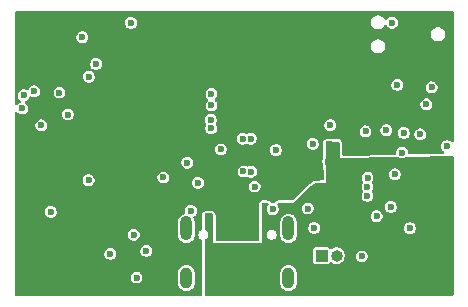
<source format=gbr>
%TF.GenerationSoftware,KiCad,Pcbnew,9.0.0*%
%TF.CreationDate,2025-06-13T20:30:42+03:00*%
%TF.ProjectId,BLE_sensors,424c455f-7365-46e7-936f-72732e6b6963,rev?*%
%TF.SameCoordinates,Original*%
%TF.FileFunction,Copper,L3,Inr*%
%TF.FilePolarity,Positive*%
%FSLAX46Y46*%
G04 Gerber Fmt 4.6, Leading zero omitted, Abs format (unit mm)*
G04 Created by KiCad (PCBNEW 9.0.0) date 2025-06-13 20:30:42*
%MOMM*%
%LPD*%
G01*
G04 APERTURE LIST*
%TA.AperFunction,ComponentPad*%
%ADD10R,1.000000X1.000000*%
%TD*%
%TA.AperFunction,ComponentPad*%
%ADD11O,1.000000X1.000000*%
%TD*%
%TA.AperFunction,HeatsinkPad*%
%ADD12O,1.000000X1.800000*%
%TD*%
%TA.AperFunction,HeatsinkPad*%
%ADD13O,1.000000X2.100000*%
%TD*%
%TA.AperFunction,ViaPad*%
%ADD14C,0.600000*%
%TD*%
G04 APERTURE END LIST*
D10*
%TO.N,+V_bat*%
%TO.C,J2*%
X147580000Y-89050000D03*
D11*
%TO.N,GND*%
X148850000Y-89050000D03*
%TD*%
D12*
%TO.N,Net-(J3-SHIELD)*%
%TO.C,J3*%
X144782000Y-90945000D03*
D13*
X144782000Y-86745000D03*
D12*
X136142000Y-90945000D03*
D13*
X136142000Y-86745000D03*
%TD*%
D14*
%TO.N,GND*%
X155070000Y-86720000D03*
X155930000Y-78770000D03*
X125390000Y-75240000D03*
X153070000Y-78430000D03*
X131680000Y-87270000D03*
X123860000Y-78010000D03*
X138260000Y-76320000D03*
X153800000Y-82157500D03*
X143460000Y-85110000D03*
X124660000Y-85340000D03*
X138260000Y-75360000D03*
X131450000Y-69350000D03*
X141920000Y-83200000D03*
X127860000Y-82650000D03*
X152247282Y-85706641D03*
X123240000Y-75140000D03*
X151310000Y-78530000D03*
X143720170Y-80107527D03*
X146420000Y-85060000D03*
X154000000Y-74600000D03*
X139060000Y-80060000D03*
X126100000Y-77100000D03*
X127890000Y-73910000D03*
X153460000Y-84930000D03*
X137130000Y-82880000D03*
X146840000Y-79580000D03*
X138230000Y-78270000D03*
X134190000Y-82430000D03*
X151480000Y-82440000D03*
X141610000Y-81940000D03*
X146960000Y-86700000D03*
X122350000Y-75470000D03*
X141600000Y-79140000D03*
X131920000Y-90900000D03*
X132745000Y-88655000D03*
X136210000Y-81180000D03*
X140900000Y-79160000D03*
X151470000Y-83990000D03*
X158200000Y-79780000D03*
X138220000Y-77560000D03*
X153550000Y-69330000D03*
X154560000Y-78660000D03*
X151470000Y-83210000D03*
X136530000Y-85260000D03*
X150990000Y-89120000D03*
X156450000Y-76230000D03*
X140970000Y-81920000D03*
X154400000Y-80320000D03*
X122220000Y-76580000D03*
X129700000Y-88900000D03*
%TO.N,/nRESET*%
X156900000Y-74800000D03*
X148310000Y-78000000D03*
%TO.N,+5V*%
X155470000Y-90500000D03*
X142250000Y-88650000D03*
X148160000Y-81080000D03*
X157260000Y-90460000D03*
X153600000Y-91200000D03*
X138750000Y-88650000D03*
X146250000Y-84000000D03*
X153840000Y-84140000D03*
X148250000Y-79680000D03*
%TO.N,+3V3*%
X151600000Y-73900000D03*
X130740000Y-84580000D03*
X157700000Y-76600000D03*
X125500000Y-73500000D03*
X153320000Y-75550000D03*
X157120000Y-69360000D03*
X123830000Y-75750000D03*
X129000000Y-86600000D03*
X158250000Y-77780000D03*
X141180000Y-74550000D03*
X130989758Y-73045000D03*
X129487588Y-73036296D03*
X124290000Y-73150000D03*
%TO.N,Net-(U7-URx)*%
X127330000Y-70550000D03*
%TO.N,Net-(U7-UTx)*%
X128490000Y-72820000D03*
%TD*%
%TA.AperFunction,Conductor*%
%TO.N,+5V*%
G36*
X148981991Y-79387999D02*
G01*
X149048686Y-79408817D01*
X149093539Y-79462388D01*
X149103823Y-79507963D01*
X149145696Y-80799687D01*
X149145696Y-80799686D01*
X149145697Y-80799688D01*
X154026060Y-80702662D01*
X154090522Y-80719251D01*
X154206810Y-80786390D01*
X154206811Y-80786390D01*
X154206814Y-80786392D01*
X154334108Y-80820500D01*
X154334110Y-80820500D01*
X154465890Y-80820500D01*
X154465892Y-80820500D01*
X154593186Y-80786392D01*
X154707314Y-80720500D01*
X154707318Y-80720495D01*
X154713760Y-80715553D01*
X154715340Y-80717612D01*
X154765327Y-80690304D01*
X154789232Y-80687490D01*
X158631037Y-80611112D01*
X158698453Y-80629461D01*
X158745248Y-80681345D01*
X158757500Y-80735088D01*
X158757500Y-92354500D01*
X158737815Y-92421539D01*
X158685011Y-92467294D01*
X158633500Y-92478500D01*
X137804000Y-92478500D01*
X137736961Y-92458815D01*
X137691206Y-92406011D01*
X137680000Y-92354500D01*
X137680000Y-91413995D01*
X144081499Y-91413995D01*
X144108418Y-91549322D01*
X144108421Y-91549332D01*
X144161221Y-91676804D01*
X144161228Y-91676817D01*
X144237885Y-91791541D01*
X144237888Y-91791545D01*
X144335454Y-91889111D01*
X144335458Y-91889114D01*
X144450182Y-91965771D01*
X144450195Y-91965778D01*
X144577667Y-92018578D01*
X144577672Y-92018580D01*
X144577676Y-92018580D01*
X144577677Y-92018581D01*
X144713004Y-92045500D01*
X144713007Y-92045500D01*
X144850995Y-92045500D01*
X144942041Y-92027389D01*
X144986328Y-92018580D01*
X145113811Y-91965775D01*
X145228542Y-91889114D01*
X145326114Y-91791542D01*
X145402775Y-91676811D01*
X145455580Y-91549328D01*
X145482500Y-91413993D01*
X145482500Y-90476007D01*
X145482500Y-90476004D01*
X145455581Y-90340677D01*
X145455580Y-90340676D01*
X145455580Y-90340672D01*
X145455578Y-90340667D01*
X145402778Y-90213195D01*
X145402771Y-90213182D01*
X145326114Y-90098458D01*
X145326111Y-90098454D01*
X145228545Y-90000888D01*
X145228541Y-90000885D01*
X145113817Y-89924228D01*
X145113804Y-89924221D01*
X144986332Y-89871421D01*
X144986322Y-89871418D01*
X144850995Y-89844500D01*
X144850993Y-89844500D01*
X144713007Y-89844500D01*
X144713005Y-89844500D01*
X144577677Y-89871418D01*
X144577667Y-89871421D01*
X144450195Y-89924221D01*
X144450182Y-89924228D01*
X144335458Y-90000885D01*
X144335454Y-90000888D01*
X144237888Y-90098454D01*
X144237885Y-90098458D01*
X144161228Y-90213182D01*
X144161221Y-90213195D01*
X144108421Y-90340667D01*
X144108418Y-90340677D01*
X144081500Y-90476004D01*
X144081500Y-90476007D01*
X144081500Y-91413993D01*
X144081500Y-91413995D01*
X144081499Y-91413995D01*
X137680000Y-91413995D01*
X137680000Y-88530247D01*
X146879500Y-88530247D01*
X146879500Y-89569752D01*
X146891131Y-89628229D01*
X146891132Y-89628230D01*
X146935447Y-89694552D01*
X147001769Y-89738867D01*
X147001770Y-89738868D01*
X147060247Y-89750499D01*
X147060250Y-89750500D01*
X147060252Y-89750500D01*
X148099750Y-89750500D01*
X148099751Y-89750499D01*
X148114568Y-89747552D01*
X148158229Y-89738868D01*
X148158229Y-89738867D01*
X148158231Y-89738867D01*
X148224552Y-89694552D01*
X148257279Y-89645573D01*
X148310889Y-89600769D01*
X148380213Y-89592060D01*
X148429271Y-89611362D01*
X148518182Y-89670771D01*
X148518195Y-89670778D01*
X148645667Y-89723578D01*
X148645672Y-89723580D01*
X148645676Y-89723580D01*
X148645677Y-89723581D01*
X148781004Y-89750500D01*
X148781007Y-89750500D01*
X148918995Y-89750500D01*
X149010041Y-89732389D01*
X149054328Y-89723580D01*
X149181811Y-89670775D01*
X149296542Y-89594114D01*
X149394114Y-89496542D01*
X149470775Y-89381811D01*
X149523580Y-89254328D01*
X149550500Y-89118993D01*
X149550500Y-89054108D01*
X150489500Y-89054108D01*
X150489500Y-89185891D01*
X150523608Y-89313187D01*
X150556554Y-89370250D01*
X150589500Y-89427314D01*
X150682686Y-89520500D01*
X150796814Y-89586392D01*
X150924108Y-89620500D01*
X150924110Y-89620500D01*
X151055890Y-89620500D01*
X151055892Y-89620500D01*
X151183186Y-89586392D01*
X151297314Y-89520500D01*
X151390500Y-89427314D01*
X151456392Y-89313186D01*
X151490500Y-89185892D01*
X151490500Y-89054108D01*
X151456392Y-88926814D01*
X151390500Y-88812686D01*
X151297314Y-88719500D01*
X151240250Y-88686554D01*
X151183187Y-88653608D01*
X151119539Y-88636554D01*
X151055892Y-88619500D01*
X150924108Y-88619500D01*
X150796812Y-88653608D01*
X150682686Y-88719500D01*
X150682683Y-88719502D01*
X150589502Y-88812683D01*
X150589500Y-88812686D01*
X150523608Y-88926812D01*
X150489500Y-89054108D01*
X149550500Y-89054108D01*
X149550500Y-88981007D01*
X149550500Y-88981004D01*
X149523581Y-88845677D01*
X149523580Y-88845676D01*
X149523580Y-88845672D01*
X149471319Y-88719502D01*
X149470778Y-88718195D01*
X149470771Y-88718182D01*
X149394114Y-88603458D01*
X149394111Y-88603454D01*
X149296545Y-88505888D01*
X149296541Y-88505885D01*
X149181817Y-88429228D01*
X149181804Y-88429221D01*
X149054332Y-88376421D01*
X149054322Y-88376418D01*
X148918995Y-88349500D01*
X148918993Y-88349500D01*
X148781007Y-88349500D01*
X148781005Y-88349500D01*
X148645677Y-88376418D01*
X148645667Y-88376421D01*
X148518195Y-88429221D01*
X148518177Y-88429231D01*
X148429270Y-88488637D01*
X148362593Y-88509515D01*
X148295213Y-88491030D01*
X148257279Y-88454427D01*
X148224552Y-88405448D01*
X148181110Y-88376420D01*
X148158230Y-88361132D01*
X148158229Y-88361131D01*
X148099752Y-88349500D01*
X148099748Y-88349500D01*
X147060252Y-88349500D01*
X147060247Y-88349500D01*
X147001770Y-88361131D01*
X147001769Y-88361132D01*
X146935447Y-88405447D01*
X146891132Y-88471769D01*
X146891131Y-88471770D01*
X146879500Y-88530247D01*
X137680000Y-88530247D01*
X137680000Y-87765562D01*
X137699685Y-87698523D01*
X137742001Y-87658175D01*
X137833263Y-87605485D01*
X137912485Y-87526263D01*
X137968503Y-87429237D01*
X137997500Y-87321018D01*
X137997500Y-87208982D01*
X137968503Y-87100763D01*
X137912485Y-87003737D01*
X137833263Y-86924515D01*
X137791785Y-86900567D01*
X137741999Y-86871823D01*
X137693784Y-86821255D01*
X137680000Y-86764436D01*
X137680000Y-85584000D01*
X137699685Y-85516961D01*
X137752489Y-85471206D01*
X137804000Y-85460000D01*
X138276000Y-85460000D01*
X138343039Y-85479685D01*
X138388794Y-85532489D01*
X138400000Y-85584000D01*
X138400000Y-87960000D01*
X138450000Y-88010000D01*
X142490000Y-88010000D01*
X142500000Y-88000000D01*
X142500000Y-87208982D01*
X142926500Y-87208982D01*
X142926500Y-87321018D01*
X142955497Y-87429237D01*
X143011515Y-87526263D01*
X143090737Y-87605485D01*
X143187763Y-87661503D01*
X143295982Y-87690500D01*
X143295984Y-87690500D01*
X143408016Y-87690500D01*
X143408018Y-87690500D01*
X143516237Y-87661503D01*
X143613263Y-87605485D01*
X143692485Y-87526263D01*
X143748503Y-87429237D01*
X143765984Y-87363995D01*
X144081499Y-87363995D01*
X144108418Y-87499322D01*
X144108421Y-87499332D01*
X144161221Y-87626804D01*
X144161228Y-87626817D01*
X144237885Y-87741541D01*
X144237888Y-87741545D01*
X144335454Y-87839111D01*
X144335458Y-87839114D01*
X144450182Y-87915771D01*
X144450195Y-87915778D01*
X144556958Y-87960000D01*
X144577672Y-87968580D01*
X144577676Y-87968580D01*
X144577677Y-87968581D01*
X144713004Y-87995500D01*
X144713007Y-87995500D01*
X144850995Y-87995500D01*
X144942041Y-87977389D01*
X144986328Y-87968580D01*
X145113811Y-87915775D01*
X145228542Y-87839114D01*
X145326114Y-87741542D01*
X145402775Y-87626811D01*
X145411609Y-87605485D01*
X145455578Y-87499332D01*
X145455580Y-87499328D01*
X145482500Y-87363993D01*
X145482500Y-86634108D01*
X146459500Y-86634108D01*
X146459500Y-86765892D01*
X146464859Y-86785891D01*
X146493608Y-86893187D01*
X146511696Y-86924515D01*
X146559500Y-87007314D01*
X146652686Y-87100500D01*
X146766814Y-87166392D01*
X146894108Y-87200500D01*
X146894110Y-87200500D01*
X147025890Y-87200500D01*
X147025892Y-87200500D01*
X147153186Y-87166392D01*
X147267314Y-87100500D01*
X147360500Y-87007314D01*
X147426392Y-86893186D01*
X147460500Y-86765892D01*
X147460500Y-86654108D01*
X154569500Y-86654108D01*
X154569500Y-86785892D01*
X154583864Y-86839500D01*
X154603608Y-86913187D01*
X154610150Y-86924517D01*
X154669500Y-87027314D01*
X154762686Y-87120500D01*
X154876814Y-87186392D01*
X155004108Y-87220500D01*
X155004110Y-87220500D01*
X155135890Y-87220500D01*
X155135892Y-87220500D01*
X155263186Y-87186392D01*
X155377314Y-87120500D01*
X155470500Y-87027314D01*
X155536392Y-86913186D01*
X155570500Y-86785892D01*
X155570500Y-86654108D01*
X155536392Y-86526814D01*
X155470500Y-86412686D01*
X155377314Y-86319500D01*
X155320250Y-86286554D01*
X155263187Y-86253608D01*
X155188544Y-86233608D01*
X155135892Y-86219500D01*
X155004108Y-86219500D01*
X154876812Y-86253608D01*
X154762686Y-86319500D01*
X154762683Y-86319502D01*
X154669502Y-86412683D01*
X154669500Y-86412686D01*
X154603608Y-86526812D01*
X154574859Y-86634108D01*
X154569500Y-86654108D01*
X147460500Y-86654108D01*
X147460500Y-86634108D01*
X147426392Y-86506814D01*
X147360500Y-86392686D01*
X147267314Y-86299500D01*
X147187827Y-86253608D01*
X147153187Y-86233608D01*
X147089539Y-86216554D01*
X147025892Y-86199500D01*
X146894108Y-86199500D01*
X146766812Y-86233608D01*
X146652686Y-86299500D01*
X146652683Y-86299502D01*
X146559502Y-86392683D01*
X146559500Y-86392686D01*
X146493608Y-86506812D01*
X146488249Y-86526814D01*
X146459500Y-86634108D01*
X145482500Y-86634108D01*
X145482500Y-86126007D01*
X145482500Y-86126004D01*
X145455581Y-85990677D01*
X145455580Y-85990676D01*
X145455580Y-85990672D01*
X145455578Y-85990667D01*
X145402778Y-85863195D01*
X145402771Y-85863182D01*
X145326114Y-85748458D01*
X145326111Y-85748454D01*
X145228545Y-85650888D01*
X145228541Y-85650885D01*
X145213372Y-85640749D01*
X151746782Y-85640749D01*
X151746782Y-85772532D01*
X151780890Y-85899828D01*
X151813836Y-85956891D01*
X151846782Y-86013955D01*
X151939968Y-86107141D01*
X152054096Y-86173033D01*
X152181390Y-86207141D01*
X152181392Y-86207141D01*
X152313172Y-86207141D01*
X152313174Y-86207141D01*
X152440468Y-86173033D01*
X152554596Y-86107141D01*
X152647782Y-86013955D01*
X152713674Y-85899827D01*
X152747782Y-85772533D01*
X152747782Y-85640749D01*
X152713674Y-85513455D01*
X152647782Y-85399327D01*
X152554596Y-85306141D01*
X152497532Y-85273195D01*
X152440469Y-85240249D01*
X152376821Y-85223195D01*
X152313174Y-85206141D01*
X152181390Y-85206141D01*
X152054094Y-85240249D01*
X151939968Y-85306141D01*
X151939965Y-85306143D01*
X151846784Y-85399324D01*
X151846782Y-85399327D01*
X151780890Y-85513453D01*
X151746782Y-85640749D01*
X145213372Y-85640749D01*
X145113817Y-85574228D01*
X145113804Y-85574221D01*
X144986332Y-85521421D01*
X144986322Y-85521418D01*
X144850995Y-85494500D01*
X144850993Y-85494500D01*
X144713007Y-85494500D01*
X144713005Y-85494500D01*
X144577677Y-85521418D01*
X144577667Y-85521421D01*
X144450195Y-85574221D01*
X144450182Y-85574228D01*
X144335458Y-85650885D01*
X144335454Y-85650888D01*
X144237888Y-85748454D01*
X144237885Y-85748458D01*
X144161228Y-85863182D01*
X144161221Y-85863195D01*
X144108421Y-85990667D01*
X144108418Y-85990677D01*
X144081500Y-86126004D01*
X144081500Y-86126007D01*
X144081500Y-87363993D01*
X144081500Y-87363995D01*
X144081499Y-87363995D01*
X143765984Y-87363995D01*
X143777500Y-87321018D01*
X143777500Y-87208982D01*
X143748503Y-87100763D01*
X143692485Y-87003737D01*
X143613263Y-86924515D01*
X143516237Y-86868497D01*
X143408018Y-86839500D01*
X143295982Y-86839500D01*
X143187763Y-86868497D01*
X143187760Y-86868498D01*
X143090740Y-86924513D01*
X143090734Y-86924517D01*
X143011517Y-87003734D01*
X143011513Y-87003740D01*
X142955498Y-87100760D01*
X142955497Y-87100763D01*
X142926500Y-87208982D01*
X142500000Y-87208982D01*
X142500000Y-84704000D01*
X142519685Y-84636961D01*
X142572489Y-84591206D01*
X142624000Y-84580000D01*
X142982824Y-84580000D01*
X143049863Y-84599685D01*
X143095618Y-84652489D01*
X143105562Y-84721647D01*
X143076537Y-84785203D01*
X143070505Y-84791681D01*
X143059502Y-84802683D01*
X143059500Y-84802686D01*
X142993608Y-84916812D01*
X142959500Y-85044108D01*
X142959500Y-85175891D01*
X142993608Y-85303187D01*
X143026554Y-85360250D01*
X143059500Y-85417314D01*
X143152686Y-85510500D01*
X143251521Y-85567563D01*
X143263060Y-85574225D01*
X143266814Y-85576392D01*
X143394108Y-85610500D01*
X143394110Y-85610500D01*
X143525890Y-85610500D01*
X143525892Y-85610500D01*
X143653186Y-85576392D01*
X143767314Y-85510500D01*
X143860500Y-85417314D01*
X143926392Y-85303186D01*
X143960500Y-85175892D01*
X143960500Y-85044108D01*
X143947103Y-84994108D01*
X145919500Y-84994108D01*
X145919500Y-85125891D01*
X145953608Y-85253187D01*
X145982476Y-85303186D01*
X146019500Y-85367314D01*
X146112686Y-85460500D01*
X146204403Y-85513453D01*
X146226810Y-85526390D01*
X146226814Y-85526392D01*
X146354108Y-85560500D01*
X146354110Y-85560500D01*
X146485890Y-85560500D01*
X146485892Y-85560500D01*
X146613186Y-85526392D01*
X146727314Y-85460500D01*
X146820500Y-85367314D01*
X146886392Y-85253186D01*
X146920500Y-85125892D01*
X146920500Y-84994108D01*
X146886392Y-84866814D01*
X146884830Y-84864108D01*
X152959500Y-84864108D01*
X152959500Y-84995891D01*
X152993608Y-85123187D01*
X152995170Y-85125892D01*
X153059500Y-85237314D01*
X153152686Y-85330500D01*
X153266814Y-85396392D01*
X153394108Y-85430500D01*
X153394110Y-85430500D01*
X153525890Y-85430500D01*
X153525892Y-85430500D01*
X153653186Y-85396392D01*
X153767314Y-85330500D01*
X153860500Y-85237314D01*
X153926392Y-85123186D01*
X153960500Y-84995892D01*
X153960500Y-84864108D01*
X153926392Y-84736814D01*
X153860500Y-84622686D01*
X153767314Y-84529500D01*
X153699764Y-84490500D01*
X153653187Y-84463608D01*
X153589539Y-84446554D01*
X153525892Y-84429500D01*
X153394108Y-84429500D01*
X153266812Y-84463608D01*
X153152686Y-84529500D01*
X153152683Y-84529502D01*
X153059502Y-84622683D01*
X153059500Y-84622686D01*
X152993608Y-84736812D01*
X152959500Y-84864108D01*
X146884830Y-84864108D01*
X146820500Y-84752686D01*
X146727314Y-84659500D01*
X146670250Y-84626554D01*
X146613187Y-84593608D01*
X146549539Y-84576554D01*
X146485892Y-84559500D01*
X146354108Y-84559500D01*
X146226812Y-84593608D01*
X146112686Y-84659500D01*
X146112683Y-84659502D01*
X146019502Y-84752683D01*
X146019500Y-84752686D01*
X145953608Y-84866812D01*
X145919500Y-84994108D01*
X143947103Y-84994108D01*
X143926392Y-84916814D01*
X143860500Y-84802686D01*
X143849495Y-84791681D01*
X143816010Y-84730358D01*
X143820994Y-84660666D01*
X143862866Y-84604733D01*
X143928330Y-84580316D01*
X143937176Y-84580000D01*
X145180000Y-84580000D01*
X146719069Y-83144108D01*
X150969500Y-83144108D01*
X150969500Y-83275891D01*
X151003608Y-83403187D01*
X151036554Y-83460250D01*
X151069500Y-83517314D01*
X151069503Y-83517317D01*
X151074447Y-83523760D01*
X151071843Y-83525757D01*
X151097990Y-83573642D01*
X151093006Y-83643334D01*
X151072713Y-83674909D01*
X151074447Y-83676240D01*
X151069500Y-83682686D01*
X151003608Y-83796812D01*
X150969500Y-83924108D01*
X150969500Y-84055891D01*
X151003608Y-84183187D01*
X151036554Y-84240250D01*
X151069500Y-84297314D01*
X151162686Y-84390500D01*
X151276814Y-84456392D01*
X151404108Y-84490500D01*
X151404110Y-84490500D01*
X151535890Y-84490500D01*
X151535892Y-84490500D01*
X151663186Y-84456392D01*
X151777314Y-84390500D01*
X151870500Y-84297314D01*
X151936392Y-84183186D01*
X151970500Y-84055892D01*
X151970500Y-83924108D01*
X151936392Y-83796814D01*
X151870500Y-83682686D01*
X151870495Y-83682681D01*
X151865553Y-83676240D01*
X151868156Y-83674242D01*
X151842010Y-83626358D01*
X151846994Y-83556666D01*
X151867286Y-83525090D01*
X151865553Y-83523760D01*
X151870492Y-83517321D01*
X151870500Y-83517314D01*
X151936392Y-83403186D01*
X151970500Y-83275892D01*
X151970500Y-83144108D01*
X151936392Y-83016814D01*
X151930618Y-83006814D01*
X151892846Y-82941390D01*
X151870500Y-82902686D01*
X151870498Y-82902684D01*
X151866436Y-82895648D01*
X151868786Y-82894291D01*
X151848389Y-82841547D01*
X151862420Y-82773101D01*
X151876298Y-82754332D01*
X151875553Y-82753760D01*
X151880492Y-82747321D01*
X151880500Y-82747314D01*
X151946392Y-82633186D01*
X151980500Y-82505892D01*
X151980500Y-82374108D01*
X151946392Y-82246814D01*
X151880500Y-82132686D01*
X151839422Y-82091608D01*
X153299500Y-82091608D01*
X153299500Y-82223391D01*
X153333608Y-82350687D01*
X153347132Y-82374110D01*
X153399500Y-82464814D01*
X153492686Y-82558000D01*
X153606814Y-82623892D01*
X153734108Y-82658000D01*
X153734110Y-82658000D01*
X153865890Y-82658000D01*
X153865892Y-82658000D01*
X153993186Y-82623892D01*
X154107314Y-82558000D01*
X154200500Y-82464814D01*
X154266392Y-82350686D01*
X154300500Y-82223392D01*
X154300500Y-82091608D01*
X154266392Y-81964314D01*
X154200500Y-81850186D01*
X154107314Y-81757000D01*
X154050250Y-81724054D01*
X153993187Y-81691108D01*
X153929539Y-81674054D01*
X153865892Y-81657000D01*
X153734108Y-81657000D01*
X153606812Y-81691108D01*
X153492686Y-81757000D01*
X153492683Y-81757002D01*
X153399502Y-81850183D01*
X153399500Y-81850186D01*
X153333608Y-81964312D01*
X153299500Y-82091608D01*
X151839422Y-82091608D01*
X151787314Y-82039500D01*
X151729103Y-82005892D01*
X151673187Y-81973608D01*
X151609539Y-81956554D01*
X151545892Y-81939500D01*
X151414108Y-81939500D01*
X151286812Y-81973608D01*
X151172686Y-82039500D01*
X151172683Y-82039502D01*
X151079502Y-82132683D01*
X151079500Y-82132686D01*
X151013608Y-82246812D01*
X150979500Y-82374108D01*
X150979500Y-82505891D01*
X151013608Y-82633187D01*
X151027934Y-82658000D01*
X151079500Y-82747314D01*
X151079501Y-82747315D01*
X151083564Y-82754352D01*
X151081215Y-82755708D01*
X151101611Y-82808460D01*
X151087575Y-82876905D01*
X151073704Y-82895670D01*
X151074447Y-82896240D01*
X151069500Y-82902686D01*
X151003608Y-83016812D01*
X150969500Y-83144108D01*
X146719069Y-83144108D01*
X146936353Y-82941390D01*
X146998796Y-82910054D01*
X147015973Y-82908161D01*
X147970000Y-82870000D01*
X147921827Y-79497919D01*
X147940552Y-79430607D01*
X147992697Y-79384103D01*
X148047914Y-79372168D01*
X148981991Y-79387999D01*
G37*
%TD.AperFunction*%
%TD*%
%TA.AperFunction,Conductor*%
%TO.N,+3V3*%
G36*
X158700539Y-68357185D02*
G01*
X158746294Y-68409989D01*
X158757500Y-68461500D01*
X158757500Y-79330324D01*
X158737815Y-79397363D01*
X158685011Y-79443118D01*
X158615853Y-79453062D01*
X158552297Y-79424037D01*
X158545819Y-79418005D01*
X158507316Y-79379502D01*
X158507314Y-79379500D01*
X158427096Y-79333186D01*
X158393187Y-79313608D01*
X158329539Y-79296554D01*
X158265892Y-79279500D01*
X158134108Y-79279500D01*
X158006812Y-79313608D01*
X157892686Y-79379500D01*
X157892683Y-79379502D01*
X157799502Y-79472683D01*
X157799500Y-79472686D01*
X157733608Y-79586812D01*
X157717778Y-79645892D01*
X157699500Y-79714108D01*
X157699500Y-79845892D01*
X157716554Y-79909539D01*
X157733608Y-79973187D01*
X157756413Y-80012686D01*
X157799500Y-80087314D01*
X157892686Y-80180500D01*
X157908711Y-80189752D01*
X157956927Y-80240319D01*
X157970150Y-80308926D01*
X157944182Y-80373791D01*
X157887267Y-80414319D01*
X157849176Y-80421115D01*
X155026965Y-80477223D01*
X154959547Y-80458874D01*
X154912752Y-80406990D01*
X154900500Y-80353247D01*
X154900500Y-80254110D01*
X154900500Y-80254108D01*
X154866392Y-80126814D01*
X154800500Y-80012686D01*
X154707314Y-79919500D01*
X154650250Y-79886554D01*
X154593187Y-79853608D01*
X154529539Y-79836554D01*
X154465892Y-79819500D01*
X154334108Y-79819500D01*
X154206812Y-79853608D01*
X154092686Y-79919500D01*
X154092683Y-79919502D01*
X153999502Y-80012683D01*
X153999500Y-80012686D01*
X153933608Y-80126812D01*
X153899500Y-80254108D01*
X153899500Y-80378077D01*
X153879815Y-80445116D01*
X153827011Y-80490871D01*
X153777965Y-80502053D01*
X149466944Y-80587760D01*
X149399526Y-80569411D01*
X149352731Y-80517527D01*
X149340544Y-80467803D01*
X149309215Y-79501305D01*
X149304283Y-79462729D01*
X149293999Y-79417154D01*
X149292739Y-79411894D01*
X149285309Y-79397363D01*
X149251108Y-79330472D01*
X149251106Y-79330469D01*
X149251104Y-79330465D01*
X149206251Y-79276894D01*
X149188966Y-79258645D01*
X149188964Y-79258644D01*
X149188959Y-79258640D01*
X149109920Y-79212652D01*
X149109914Y-79212649D01*
X149043217Y-79191831D01*
X148985480Y-79182529D01*
X148985471Y-79182528D01*
X148051402Y-79166697D01*
X148051391Y-79166697D01*
X148004505Y-79171305D01*
X148004492Y-79171307D01*
X147949272Y-79183243D01*
X147936012Y-79186575D01*
X147936010Y-79186576D01*
X147855919Y-79230733D01*
X147855917Y-79230735D01*
X147803782Y-79277229D01*
X147803776Y-79277235D01*
X147786074Y-79295082D01*
X147786072Y-79295084D01*
X147786072Y-79295085D01*
X147765469Y-79333186D01*
X147742571Y-79375530D01*
X147742568Y-79375537D01*
X147723844Y-79442843D01*
X147716348Y-79500845D01*
X147716347Y-79500867D01*
X147734631Y-80780738D01*
X147718033Y-80844506D01*
X147693609Y-80886811D01*
X147693608Y-80886814D01*
X147659500Y-81014108D01*
X147659500Y-81145892D01*
X147693608Y-81273186D01*
X147726747Y-81330586D01*
X147743347Y-81390813D01*
X147753746Y-82118661D01*
X147759933Y-82551827D01*
X147741208Y-82619141D01*
X147689063Y-82665645D01*
X147640902Y-82677499D01*
X147180437Y-82695917D01*
X147007760Y-82702825D01*
X147004620Y-82703060D01*
X146993438Y-82703899D01*
X146976293Y-82705789D01*
X146976288Y-82705790D01*
X146906623Y-82726384D01*
X146906614Y-82726388D01*
X146844178Y-82757721D01*
X146796167Y-82791129D01*
X146796161Y-82791133D01*
X146578881Y-82993848D01*
X146388829Y-83171160D01*
X146388828Y-83171161D01*
X145134749Y-84341168D01*
X145072303Y-84372507D01*
X145050160Y-84374500D01*
X143937172Y-84374500D01*
X143933508Y-84374565D01*
X143929840Y-84374631D01*
X143920994Y-84374947D01*
X143920989Y-84374947D01*
X143856517Y-84387772D01*
X143791055Y-84412188D01*
X143768083Y-84422395D01*
X143768080Y-84422397D01*
X143698360Y-84481575D01*
X143698354Y-84481581D01*
X143656493Y-84537499D01*
X143656476Y-84537523D01*
X143645251Y-84554604D01*
X143638964Y-84559939D01*
X143635560Y-84567449D01*
X143612716Y-84582217D01*
X143591982Y-84599816D01*
X143582295Y-84601885D01*
X143576885Y-84605383D01*
X143559502Y-84606754D01*
X143541964Y-84610501D01*
X143529751Y-84610534D01*
X143525892Y-84609500D01*
X143394108Y-84609500D01*
X143388818Y-84610917D01*
X143375269Y-84610954D01*
X143349047Y-84603331D01*
X143322076Y-84599124D01*
X143315991Y-84593722D01*
X143308176Y-84591451D01*
X143290239Y-84570864D01*
X143269823Y-84552742D01*
X143265500Y-84545268D01*
X143250926Y-84517919D01*
X143250924Y-84517915D01*
X143205169Y-84465111D01*
X143205163Y-84465104D01*
X143187581Y-84447160D01*
X143187580Y-84447159D01*
X143187578Y-84447157D01*
X143187576Y-84447156D01*
X143187574Y-84447154D01*
X143107764Y-84402511D01*
X143107759Y-84402509D01*
X143040727Y-84382826D01*
X143040723Y-84382825D01*
X143040722Y-84382825D01*
X142982824Y-84374500D01*
X142624000Y-84374500D01*
X142623992Y-84374500D01*
X142580313Y-84379197D01*
X142528825Y-84390397D01*
X142518627Y-84392890D01*
X142518624Y-84392891D01*
X142437916Y-84435899D01*
X142437913Y-84435901D01*
X142385104Y-84481660D01*
X142367160Y-84499242D01*
X142367154Y-84499249D01*
X142322511Y-84579059D01*
X142322509Y-84579064D01*
X142302826Y-84646096D01*
X142294500Y-84704003D01*
X142294500Y-87680500D01*
X142274815Y-87747539D01*
X142222011Y-87793294D01*
X142170500Y-87804500D01*
X138729500Y-87804500D01*
X138662461Y-87784815D01*
X138616706Y-87732011D01*
X138605500Y-87680500D01*
X138605500Y-85584008D01*
X138605499Y-85583992D01*
X138604449Y-85574225D01*
X138600803Y-85540316D01*
X138590836Y-85494500D01*
X138589602Y-85488825D01*
X138589348Y-85487789D01*
X138587110Y-85478627D01*
X138544100Y-85397915D01*
X138498345Y-85345111D01*
X138498339Y-85345104D01*
X138480757Y-85327160D01*
X138480756Y-85327159D01*
X138480754Y-85327157D01*
X138480752Y-85327156D01*
X138480750Y-85327154D01*
X138400940Y-85282511D01*
X138400935Y-85282509D01*
X138333903Y-85262826D01*
X138333899Y-85262825D01*
X138333898Y-85262825D01*
X138276000Y-85254500D01*
X137804000Y-85254500D01*
X137803992Y-85254500D01*
X137760313Y-85259197D01*
X137708825Y-85270397D01*
X137698627Y-85272890D01*
X137698624Y-85272891D01*
X137617916Y-85315899D01*
X137617913Y-85315901D01*
X137565104Y-85361660D01*
X137547160Y-85379242D01*
X137547154Y-85379249D01*
X137502511Y-85459059D01*
X137502509Y-85459064D01*
X137482826Y-85526096D01*
X137482825Y-85526101D01*
X137482825Y-85526102D01*
X137474502Y-85583992D01*
X137474500Y-85584003D01*
X137474500Y-86758374D01*
X137454815Y-86825413D01*
X137412501Y-86865761D01*
X137310737Y-86924515D01*
X137310734Y-86924517D01*
X137231517Y-87003734D01*
X137231513Y-87003740D01*
X137175498Y-87100760D01*
X137175497Y-87100763D01*
X137146500Y-87208982D01*
X137146500Y-87321018D01*
X137175497Y-87429237D01*
X137231515Y-87526263D01*
X137310737Y-87605485D01*
X137407763Y-87661503D01*
X137407767Y-87661504D01*
X137412499Y-87664236D01*
X137460715Y-87714803D01*
X137474500Y-87771624D01*
X137474500Y-92354500D01*
X137454815Y-92421539D01*
X137402011Y-92467294D01*
X137350500Y-92478500D01*
X121726500Y-92478500D01*
X121659461Y-92458815D01*
X121613706Y-92406011D01*
X121602500Y-92354500D01*
X121602500Y-91413995D01*
X135441499Y-91413995D01*
X135468418Y-91549322D01*
X135468421Y-91549332D01*
X135521221Y-91676804D01*
X135521228Y-91676817D01*
X135597885Y-91791541D01*
X135597888Y-91791545D01*
X135695454Y-91889111D01*
X135695458Y-91889114D01*
X135810182Y-91965771D01*
X135810195Y-91965778D01*
X135937667Y-92018578D01*
X135937672Y-92018580D01*
X135937676Y-92018580D01*
X135937677Y-92018581D01*
X136073004Y-92045500D01*
X136073007Y-92045500D01*
X136210995Y-92045500D01*
X136302041Y-92027389D01*
X136346328Y-92018580D01*
X136473811Y-91965775D01*
X136588542Y-91889114D01*
X136686114Y-91791542D01*
X136762775Y-91676811D01*
X136815580Y-91549328D01*
X136842500Y-91413993D01*
X136842500Y-90476007D01*
X136842500Y-90476004D01*
X136815581Y-90340677D01*
X136815580Y-90340676D01*
X136815580Y-90340672D01*
X136815578Y-90340667D01*
X136762778Y-90213195D01*
X136762771Y-90213182D01*
X136686114Y-90098458D01*
X136686111Y-90098454D01*
X136588545Y-90000888D01*
X136588541Y-90000885D01*
X136473817Y-89924228D01*
X136473804Y-89924221D01*
X136346332Y-89871421D01*
X136346322Y-89871418D01*
X136210995Y-89844500D01*
X136210993Y-89844500D01*
X136073007Y-89844500D01*
X136073005Y-89844500D01*
X135937677Y-89871418D01*
X135937667Y-89871421D01*
X135810195Y-89924221D01*
X135810182Y-89924228D01*
X135695458Y-90000885D01*
X135695454Y-90000888D01*
X135597888Y-90098454D01*
X135597885Y-90098458D01*
X135521228Y-90213182D01*
X135521221Y-90213195D01*
X135468421Y-90340667D01*
X135468418Y-90340677D01*
X135441500Y-90476004D01*
X135441500Y-90476007D01*
X135441500Y-91413993D01*
X135441500Y-91413995D01*
X135441499Y-91413995D01*
X121602500Y-91413995D01*
X121602500Y-90834108D01*
X131419500Y-90834108D01*
X131419500Y-90965891D01*
X131453608Y-91093187D01*
X131486554Y-91150250D01*
X131519500Y-91207314D01*
X131612686Y-91300500D01*
X131726814Y-91366392D01*
X131854108Y-91400500D01*
X131854110Y-91400500D01*
X131985890Y-91400500D01*
X131985892Y-91400500D01*
X132113186Y-91366392D01*
X132227314Y-91300500D01*
X132320500Y-91207314D01*
X132386392Y-91093186D01*
X132420500Y-90965892D01*
X132420500Y-90834108D01*
X132386392Y-90706814D01*
X132320500Y-90592686D01*
X132227314Y-90499500D01*
X132170250Y-90466554D01*
X132113187Y-90433608D01*
X132049539Y-90416554D01*
X131985892Y-90399500D01*
X131854108Y-90399500D01*
X131726812Y-90433608D01*
X131612686Y-90499500D01*
X131612683Y-90499502D01*
X131519502Y-90592683D01*
X131519500Y-90592686D01*
X131453608Y-90706812D01*
X131419500Y-90834108D01*
X121602500Y-90834108D01*
X121602500Y-88834108D01*
X129199500Y-88834108D01*
X129199500Y-88965891D01*
X129233608Y-89093187D01*
X129266554Y-89150250D01*
X129299500Y-89207314D01*
X129392686Y-89300500D01*
X129506814Y-89366392D01*
X129634108Y-89400500D01*
X129634110Y-89400500D01*
X129765890Y-89400500D01*
X129765892Y-89400500D01*
X129893186Y-89366392D01*
X130007314Y-89300500D01*
X130100500Y-89207314D01*
X130166392Y-89093186D01*
X130200500Y-88965892D01*
X130200500Y-88834108D01*
X130166392Y-88706814D01*
X130100500Y-88592686D01*
X130096922Y-88589108D01*
X132244500Y-88589108D01*
X132244500Y-88720891D01*
X132278608Y-88848187D01*
X132311554Y-88905250D01*
X132344500Y-88962314D01*
X132437686Y-89055500D01*
X132551814Y-89121392D01*
X132679108Y-89155500D01*
X132679110Y-89155500D01*
X132810890Y-89155500D01*
X132810892Y-89155500D01*
X132938186Y-89121392D01*
X133052314Y-89055500D01*
X133145500Y-88962314D01*
X133211392Y-88848186D01*
X133245500Y-88720892D01*
X133245500Y-88589108D01*
X133211392Y-88461814D01*
X133145500Y-88347686D01*
X133052314Y-88254500D01*
X132995250Y-88221554D01*
X132938187Y-88188608D01*
X132874539Y-88171554D01*
X132810892Y-88154500D01*
X132679108Y-88154500D01*
X132551812Y-88188608D01*
X132437686Y-88254500D01*
X132437683Y-88254502D01*
X132344502Y-88347683D01*
X132344500Y-88347686D01*
X132278608Y-88461812D01*
X132244500Y-88589108D01*
X130096922Y-88589108D01*
X130007314Y-88499500D01*
X129942037Y-88461812D01*
X129893187Y-88433608D01*
X129829539Y-88416554D01*
X129765892Y-88399500D01*
X129634108Y-88399500D01*
X129506812Y-88433608D01*
X129392686Y-88499500D01*
X129392683Y-88499502D01*
X129299502Y-88592683D01*
X129299500Y-88592686D01*
X129233608Y-88706812D01*
X129199500Y-88834108D01*
X121602500Y-88834108D01*
X121602500Y-87204108D01*
X131179500Y-87204108D01*
X131179500Y-87335891D01*
X131213608Y-87463187D01*
X131234477Y-87499332D01*
X131279500Y-87577314D01*
X131372686Y-87670500D01*
X131486814Y-87736392D01*
X131614108Y-87770500D01*
X131614110Y-87770500D01*
X131745890Y-87770500D01*
X131745892Y-87770500D01*
X131873186Y-87736392D01*
X131987314Y-87670500D01*
X132080500Y-87577314D01*
X132146392Y-87463186D01*
X132172970Y-87363995D01*
X135441499Y-87363995D01*
X135468418Y-87499322D01*
X135468421Y-87499332D01*
X135521221Y-87626804D01*
X135521228Y-87626817D01*
X135597885Y-87741541D01*
X135597888Y-87741545D01*
X135695454Y-87839111D01*
X135695458Y-87839114D01*
X135810182Y-87915771D01*
X135810195Y-87915778D01*
X135937667Y-87968578D01*
X135937672Y-87968580D01*
X135937676Y-87968580D01*
X135937677Y-87968581D01*
X136073004Y-87995500D01*
X136073007Y-87995500D01*
X136210995Y-87995500D01*
X136302041Y-87977389D01*
X136346328Y-87968580D01*
X136473811Y-87915775D01*
X136588542Y-87839114D01*
X136686114Y-87741542D01*
X136762775Y-87626811D01*
X136771609Y-87605485D01*
X136815578Y-87499332D01*
X136815580Y-87499328D01*
X136842500Y-87363993D01*
X136842500Y-86126007D01*
X136842500Y-86126004D01*
X136815581Y-85990677D01*
X136815580Y-85990676D01*
X136815580Y-85990672D01*
X136815578Y-85990667D01*
X136762778Y-85863195D01*
X136762770Y-85863181D01*
X136759347Y-85858057D01*
X136738471Y-85791379D01*
X136756957Y-85723999D01*
X136800451Y-85681782D01*
X136837314Y-85660500D01*
X136930500Y-85567314D01*
X136996392Y-85453186D01*
X137030500Y-85325892D01*
X137030500Y-85194108D01*
X136996392Y-85066814D01*
X136930500Y-84952686D01*
X136837314Y-84859500D01*
X136780250Y-84826554D01*
X136723187Y-84793608D01*
X136659539Y-84776554D01*
X136595892Y-84759500D01*
X136464108Y-84759500D01*
X136336812Y-84793608D01*
X136222686Y-84859500D01*
X136222683Y-84859502D01*
X136129502Y-84952683D01*
X136129500Y-84952686D01*
X136063608Y-85066812D01*
X136029500Y-85194108D01*
X136029500Y-85325891D01*
X136040328Y-85366302D01*
X136038665Y-85436152D01*
X135999502Y-85494014D01*
X135944751Y-85520011D01*
X135937678Y-85521418D01*
X135937667Y-85521421D01*
X135810195Y-85574221D01*
X135810182Y-85574228D01*
X135695458Y-85650885D01*
X135695454Y-85650888D01*
X135597888Y-85748454D01*
X135597885Y-85748458D01*
X135521228Y-85863182D01*
X135521221Y-85863195D01*
X135468421Y-85990667D01*
X135468418Y-85990677D01*
X135441500Y-86126004D01*
X135441500Y-86126007D01*
X135441500Y-87363993D01*
X135441500Y-87363995D01*
X135441499Y-87363995D01*
X132172970Y-87363995D01*
X132180500Y-87335892D01*
X132180500Y-87204108D01*
X132146392Y-87076814D01*
X132080500Y-86962686D01*
X131987314Y-86869500D01*
X131930250Y-86836554D01*
X131873187Y-86803608D01*
X131809539Y-86786554D01*
X131745892Y-86769500D01*
X131614108Y-86769500D01*
X131486812Y-86803608D01*
X131372686Y-86869500D01*
X131372683Y-86869502D01*
X131279502Y-86962683D01*
X131279500Y-86962686D01*
X131213608Y-87076812D01*
X131179500Y-87204108D01*
X121602500Y-87204108D01*
X121602500Y-85274108D01*
X124159500Y-85274108D01*
X124159500Y-85405891D01*
X124193608Y-85533187D01*
X124222947Y-85584003D01*
X124259500Y-85647314D01*
X124352686Y-85740500D01*
X124466814Y-85806392D01*
X124594108Y-85840500D01*
X124594110Y-85840500D01*
X124725890Y-85840500D01*
X124725892Y-85840500D01*
X124853186Y-85806392D01*
X124967314Y-85740500D01*
X125060500Y-85647314D01*
X125126392Y-85533186D01*
X125160500Y-85405892D01*
X125160500Y-85274108D01*
X125126392Y-85146814D01*
X125060500Y-85032686D01*
X124967314Y-84939500D01*
X124910250Y-84906554D01*
X124853187Y-84873608D01*
X124789539Y-84856554D01*
X124725892Y-84839500D01*
X124594108Y-84839500D01*
X124466812Y-84873608D01*
X124352686Y-84939500D01*
X124352683Y-84939502D01*
X124259502Y-85032683D01*
X124259500Y-85032686D01*
X124193608Y-85146812D01*
X124159500Y-85274108D01*
X121602500Y-85274108D01*
X121602500Y-82584108D01*
X127359500Y-82584108D01*
X127359500Y-82715892D01*
X127370708Y-82757720D01*
X127393608Y-82843187D01*
X127422185Y-82892683D01*
X127459500Y-82957314D01*
X127552686Y-83050500D01*
X127666814Y-83116392D01*
X127794108Y-83150500D01*
X127794110Y-83150500D01*
X127925890Y-83150500D01*
X127925892Y-83150500D01*
X128053186Y-83116392D01*
X128167314Y-83050500D01*
X128260500Y-82957314D01*
X128326392Y-82843186D01*
X128360500Y-82715892D01*
X128360500Y-82584108D01*
X128326392Y-82456814D01*
X128272868Y-82364108D01*
X133689500Y-82364108D01*
X133689500Y-82495891D01*
X133723608Y-82623187D01*
X133748122Y-82665645D01*
X133789500Y-82737314D01*
X133882686Y-82830500D01*
X133996814Y-82896392D01*
X134124108Y-82930500D01*
X134124110Y-82930500D01*
X134255890Y-82930500D01*
X134255892Y-82930500D01*
X134383186Y-82896392D01*
X134497314Y-82830500D01*
X134513706Y-82814108D01*
X136629500Y-82814108D01*
X136629500Y-82945892D01*
X136632561Y-82957316D01*
X136663608Y-83073187D01*
X136688552Y-83116391D01*
X136729500Y-83187314D01*
X136822686Y-83280500D01*
X136936814Y-83346392D01*
X137064108Y-83380500D01*
X137064110Y-83380500D01*
X137195890Y-83380500D01*
X137195892Y-83380500D01*
X137323186Y-83346392D01*
X137437314Y-83280500D01*
X137530500Y-83187314D01*
X137561219Y-83134108D01*
X141419500Y-83134108D01*
X141419500Y-83265892D01*
X141423414Y-83280499D01*
X141453608Y-83393187D01*
X141486554Y-83450250D01*
X141519500Y-83507314D01*
X141612686Y-83600500D01*
X141726814Y-83666392D01*
X141854108Y-83700500D01*
X141854110Y-83700500D01*
X141985890Y-83700500D01*
X141985892Y-83700500D01*
X142113186Y-83666392D01*
X142227314Y-83600500D01*
X142320500Y-83507314D01*
X142386392Y-83393186D01*
X142420500Y-83265892D01*
X142420500Y-83134108D01*
X142386392Y-83006814D01*
X142320500Y-82892686D01*
X142227314Y-82799500D01*
X142154949Y-82757720D01*
X142113187Y-82733608D01*
X142047061Y-82715890D01*
X141985892Y-82699500D01*
X141854108Y-82699500D01*
X141726812Y-82733608D01*
X141612686Y-82799500D01*
X141612683Y-82799502D01*
X141519502Y-82892683D01*
X141519500Y-82892686D01*
X141453608Y-83006812D01*
X141424247Y-83116391D01*
X141419500Y-83134108D01*
X137561219Y-83134108D01*
X137596392Y-83073186D01*
X137630500Y-82945892D01*
X137630500Y-82814108D01*
X137596392Y-82686814D01*
X137530500Y-82572686D01*
X137437314Y-82479500D01*
X137369764Y-82440500D01*
X137323187Y-82413608D01*
X137259539Y-82396554D01*
X137195892Y-82379500D01*
X137064108Y-82379500D01*
X136936812Y-82413608D01*
X136822686Y-82479500D01*
X136822683Y-82479502D01*
X136729502Y-82572683D01*
X136729500Y-82572686D01*
X136663608Y-82686812D01*
X136635657Y-82791129D01*
X136629500Y-82814108D01*
X134513706Y-82814108D01*
X134590500Y-82737314D01*
X134656392Y-82623186D01*
X134690500Y-82495892D01*
X134690500Y-82364108D01*
X134656392Y-82236814D01*
X134590500Y-82122686D01*
X134497314Y-82029500D01*
X134421783Y-81985892D01*
X134383187Y-81963608D01*
X134319539Y-81946554D01*
X134255892Y-81929500D01*
X134124108Y-81929500D01*
X133996812Y-81963608D01*
X133882686Y-82029500D01*
X133882683Y-82029502D01*
X133789502Y-82122683D01*
X133789500Y-82122686D01*
X133723608Y-82236812D01*
X133689500Y-82364108D01*
X128272868Y-82364108D01*
X128260500Y-82342686D01*
X128167314Y-82249500D01*
X128110250Y-82216554D01*
X128053187Y-82183608D01*
X127989539Y-82166554D01*
X127925892Y-82149500D01*
X127794108Y-82149500D01*
X127666812Y-82183608D01*
X127552686Y-82249500D01*
X127552683Y-82249502D01*
X127459502Y-82342683D01*
X127459500Y-82342686D01*
X127393608Y-82456812D01*
X127362561Y-82572683D01*
X127359500Y-82584108D01*
X121602500Y-82584108D01*
X121602500Y-81854108D01*
X140469500Y-81854108D01*
X140469500Y-81985892D01*
X140474859Y-82005891D01*
X140503608Y-82113187D01*
X140524574Y-82149500D01*
X140569500Y-82227314D01*
X140662686Y-82320500D01*
X140776814Y-82386392D01*
X140904108Y-82420500D01*
X140904110Y-82420500D01*
X141035890Y-82420500D01*
X141035892Y-82420500D01*
X141163186Y-82386392D01*
X141210679Y-82358971D01*
X141278577Y-82342498D01*
X141334677Y-82358970D01*
X141416814Y-82406392D01*
X141544108Y-82440500D01*
X141544110Y-82440500D01*
X141675890Y-82440500D01*
X141675892Y-82440500D01*
X141803186Y-82406392D01*
X141917314Y-82340500D01*
X142010500Y-82247314D01*
X142076392Y-82133186D01*
X142110500Y-82005892D01*
X142110500Y-81874108D01*
X142076392Y-81746814D01*
X142010500Y-81632686D01*
X141917314Y-81539500D01*
X141826929Y-81487316D01*
X141803187Y-81473608D01*
X141728544Y-81453608D01*
X141675892Y-81439500D01*
X141544108Y-81439500D01*
X141416814Y-81473608D01*
X141416813Y-81473608D01*
X141416811Y-81473609D01*
X141416810Y-81473609D01*
X141369320Y-81501028D01*
X141301420Y-81517501D01*
X141245320Y-81501028D01*
X141163188Y-81453609D01*
X141163187Y-81453608D01*
X141163186Y-81453608D01*
X141035892Y-81419500D01*
X140904108Y-81419500D01*
X140776812Y-81453608D01*
X140662686Y-81519500D01*
X140662683Y-81519502D01*
X140569502Y-81612683D01*
X140569500Y-81612686D01*
X140503608Y-81726812D01*
X140498249Y-81746814D01*
X140469500Y-81854108D01*
X121602500Y-81854108D01*
X121602500Y-81114108D01*
X135709500Y-81114108D01*
X135709500Y-81245891D01*
X135743608Y-81373187D01*
X135753785Y-81390813D01*
X135809500Y-81487314D01*
X135902686Y-81580500D01*
X136016814Y-81646392D01*
X136144108Y-81680500D01*
X136144110Y-81680500D01*
X136275890Y-81680500D01*
X136275892Y-81680500D01*
X136403186Y-81646392D01*
X136517314Y-81580500D01*
X136610500Y-81487314D01*
X136676392Y-81373186D01*
X136710500Y-81245892D01*
X136710500Y-81114108D01*
X136676392Y-80986814D01*
X136610500Y-80872686D01*
X136517314Y-80779500D01*
X136460250Y-80746554D01*
X136403187Y-80713608D01*
X136339539Y-80696554D01*
X136275892Y-80679500D01*
X136144108Y-80679500D01*
X136016812Y-80713608D01*
X135902686Y-80779500D01*
X135902683Y-80779502D01*
X135809502Y-80872683D01*
X135809500Y-80872686D01*
X135743608Y-80986812D01*
X135709500Y-81114108D01*
X121602500Y-81114108D01*
X121602500Y-79994108D01*
X138559500Y-79994108D01*
X138559500Y-80125892D01*
X138572235Y-80173419D01*
X138593608Y-80253187D01*
X138621048Y-80300713D01*
X138659500Y-80367314D01*
X138752686Y-80460500D01*
X138866814Y-80526392D01*
X138994108Y-80560500D01*
X138994110Y-80560500D01*
X139125890Y-80560500D01*
X139125892Y-80560500D01*
X139253186Y-80526392D01*
X139367314Y-80460500D01*
X139460500Y-80367314D01*
X139526392Y-80253186D01*
X139560500Y-80125892D01*
X139560500Y-80041635D01*
X143219670Y-80041635D01*
X143219670Y-80173419D01*
X143236724Y-80237066D01*
X143253778Y-80300714D01*
X143284109Y-80353247D01*
X143319670Y-80414841D01*
X143412856Y-80508027D01*
X143526984Y-80573919D01*
X143654278Y-80608027D01*
X143654280Y-80608027D01*
X143786060Y-80608027D01*
X143786062Y-80608027D01*
X143913356Y-80573919D01*
X144027484Y-80508027D01*
X144120670Y-80414841D01*
X144186562Y-80300713D01*
X144220670Y-80173419D01*
X144220670Y-80041635D01*
X144186562Y-79914341D01*
X144120670Y-79800213D01*
X144027484Y-79707027D01*
X143946897Y-79660500D01*
X143913357Y-79641135D01*
X143887785Y-79634283D01*
X143786062Y-79607027D01*
X143654278Y-79607027D01*
X143526982Y-79641135D01*
X143412856Y-79707027D01*
X143412853Y-79707029D01*
X143319672Y-79800210D01*
X143319670Y-79800213D01*
X143253778Y-79914339D01*
X143227427Y-80012686D01*
X143219670Y-80041635D01*
X139560500Y-80041635D01*
X139560500Y-79994108D01*
X139526392Y-79866814D01*
X139518767Y-79853608D01*
X139499075Y-79819500D01*
X139460500Y-79752686D01*
X139367314Y-79659500D01*
X139308868Y-79625756D01*
X139253187Y-79593608D01*
X139189539Y-79576554D01*
X139125892Y-79559500D01*
X138994108Y-79559500D01*
X138866812Y-79593608D01*
X138752686Y-79659500D01*
X138752683Y-79659502D01*
X138659502Y-79752683D01*
X138659500Y-79752686D01*
X138593608Y-79866812D01*
X138580873Y-79914341D01*
X138559500Y-79994108D01*
X121602500Y-79994108D01*
X121602500Y-79094108D01*
X140399500Y-79094108D01*
X140399500Y-79225892D01*
X140412038Y-79272686D01*
X140433608Y-79353187D01*
X140453022Y-79386812D01*
X140499500Y-79467314D01*
X140592686Y-79560500D01*
X140706814Y-79626392D01*
X140834108Y-79660500D01*
X140834110Y-79660500D01*
X140965890Y-79660500D01*
X140965892Y-79660500D01*
X141093186Y-79626392D01*
X141205321Y-79561650D01*
X141273219Y-79545178D01*
X141329320Y-79561651D01*
X141370003Y-79585139D01*
X141406814Y-79606392D01*
X141534108Y-79640500D01*
X141534110Y-79640500D01*
X141665890Y-79640500D01*
X141665892Y-79640500D01*
X141793186Y-79606392D01*
X141907314Y-79540500D01*
X141933706Y-79514108D01*
X146339500Y-79514108D01*
X146339500Y-79645891D01*
X146373608Y-79773187D01*
X146389210Y-79800210D01*
X146439500Y-79887314D01*
X146532686Y-79980500D01*
X146646814Y-80046392D01*
X146774108Y-80080500D01*
X146774110Y-80080500D01*
X146905890Y-80080500D01*
X146905892Y-80080500D01*
X147033186Y-80046392D01*
X147147314Y-79980500D01*
X147240500Y-79887314D01*
X147306392Y-79773186D01*
X147340500Y-79645892D01*
X147340500Y-79514108D01*
X147306392Y-79386814D01*
X147240500Y-79272686D01*
X147147314Y-79179500D01*
X147090250Y-79146554D01*
X147033187Y-79113608D01*
X146960410Y-79094108D01*
X146905892Y-79079500D01*
X146774108Y-79079500D01*
X146646812Y-79113608D01*
X146532686Y-79179500D01*
X146532683Y-79179502D01*
X146439502Y-79272683D01*
X146439500Y-79272686D01*
X146373608Y-79386812D01*
X146339500Y-79514108D01*
X141933706Y-79514108D01*
X142000500Y-79447314D01*
X142066392Y-79333186D01*
X142100500Y-79205892D01*
X142100500Y-79074108D01*
X142066392Y-78946814D01*
X142000500Y-78832686D01*
X141907314Y-78739500D01*
X141827827Y-78693608D01*
X141793187Y-78673608D01*
X141729539Y-78656554D01*
X141665892Y-78639500D01*
X141534108Y-78639500D01*
X141406814Y-78673608D01*
X141406813Y-78673608D01*
X141406811Y-78673609D01*
X141406810Y-78673609D01*
X141294679Y-78738348D01*
X141226778Y-78754821D01*
X141170679Y-78738348D01*
X141093189Y-78693609D01*
X141093186Y-78693608D01*
X140965892Y-78659500D01*
X140834108Y-78659500D01*
X140706812Y-78693608D01*
X140592686Y-78759500D01*
X140592683Y-78759502D01*
X140499502Y-78852683D01*
X140499500Y-78852686D01*
X140433608Y-78966812D01*
X140408506Y-79060497D01*
X140399500Y-79094108D01*
X121602500Y-79094108D01*
X121602500Y-77944108D01*
X123359500Y-77944108D01*
X123359500Y-78075892D01*
X123372038Y-78122686D01*
X123393608Y-78203187D01*
X123404866Y-78222686D01*
X123459500Y-78317314D01*
X123552686Y-78410500D01*
X123666814Y-78476392D01*
X123794108Y-78510500D01*
X123794110Y-78510500D01*
X123925890Y-78510500D01*
X123925892Y-78510500D01*
X124053186Y-78476392D01*
X124167314Y-78410500D01*
X124260500Y-78317314D01*
X124326392Y-78203186D01*
X124360500Y-78075892D01*
X124360500Y-77944108D01*
X124326392Y-77816814D01*
X124320618Y-77806814D01*
X124289656Y-77753186D01*
X124260500Y-77702686D01*
X124167314Y-77609500D01*
X124092649Y-77566392D01*
X124053187Y-77543608D01*
X123989539Y-77526554D01*
X123925892Y-77509500D01*
X123794108Y-77509500D01*
X123666812Y-77543608D01*
X123552686Y-77609500D01*
X123552683Y-77609502D01*
X123459502Y-77702683D01*
X123459500Y-77702686D01*
X123393608Y-77816812D01*
X123371201Y-77900437D01*
X123359500Y-77944108D01*
X121602500Y-77944108D01*
X121602500Y-76969676D01*
X121622185Y-76902637D01*
X121674989Y-76856882D01*
X121744147Y-76846938D01*
X121807703Y-76875963D01*
X121814181Y-76881995D01*
X121819499Y-76887313D01*
X121819500Y-76887314D01*
X121912686Y-76980500D01*
X122026814Y-77046392D01*
X122154108Y-77080500D01*
X122154110Y-77080500D01*
X122285890Y-77080500D01*
X122285892Y-77080500D01*
X122413186Y-77046392D01*
X122434462Y-77034108D01*
X125599500Y-77034108D01*
X125599500Y-77165891D01*
X125633608Y-77293187D01*
X125666554Y-77350250D01*
X125699500Y-77407314D01*
X125792686Y-77500500D01*
X125906814Y-77566392D01*
X126034108Y-77600500D01*
X126034110Y-77600500D01*
X126165890Y-77600500D01*
X126165892Y-77600500D01*
X126293186Y-77566392D01*
X126407314Y-77500500D01*
X126413706Y-77494108D01*
X137719500Y-77494108D01*
X137719500Y-77625892D01*
X137737397Y-77692686D01*
X137753609Y-77753188D01*
X137753609Y-77753189D01*
X137816235Y-77861660D01*
X137832708Y-77929560D01*
X137816235Y-77985660D01*
X137763609Y-78076810D01*
X137763609Y-78076811D01*
X137763609Y-78076812D01*
X137763608Y-78076814D01*
X137729500Y-78204108D01*
X137729500Y-78335892D01*
X137737061Y-78364110D01*
X137763608Y-78463187D01*
X137782490Y-78495891D01*
X137829500Y-78577314D01*
X137922686Y-78670500D01*
X138036814Y-78736392D01*
X138164108Y-78770500D01*
X138164110Y-78770500D01*
X138295890Y-78770500D01*
X138295892Y-78770500D01*
X138423186Y-78736392D01*
X138537314Y-78670500D01*
X138630500Y-78577314D01*
X138696392Y-78463186D01*
X138730500Y-78335892D01*
X138730500Y-78204108D01*
X138696392Y-78076814D01*
X138688767Y-78063608D01*
X138669075Y-78029500D01*
X138633762Y-77968337D01*
X138625459Y-77934108D01*
X147809500Y-77934108D01*
X147809500Y-78065892D01*
X147812426Y-78076811D01*
X147843608Y-78193187D01*
X147868797Y-78236814D01*
X147909500Y-78307314D01*
X148002686Y-78400500D01*
X148116814Y-78466392D01*
X148244108Y-78500500D01*
X148244110Y-78500500D01*
X148375890Y-78500500D01*
X148375892Y-78500500D01*
X148503186Y-78466392D01*
X148507142Y-78464108D01*
X150809500Y-78464108D01*
X150809500Y-78595891D01*
X150843608Y-78723187D01*
X150864574Y-78759500D01*
X150909500Y-78837314D01*
X151002686Y-78930500D01*
X151116814Y-78996392D01*
X151244108Y-79030500D01*
X151244110Y-79030500D01*
X151375890Y-79030500D01*
X151375892Y-79030500D01*
X151503186Y-78996392D01*
X151617314Y-78930500D01*
X151710500Y-78837314D01*
X151776392Y-78723186D01*
X151810500Y-78595892D01*
X151810500Y-78464108D01*
X151783705Y-78364108D01*
X152569500Y-78364108D01*
X152569500Y-78495892D01*
X152570735Y-78500500D01*
X152603608Y-78623187D01*
X152613027Y-78639500D01*
X152669500Y-78737314D01*
X152762686Y-78830500D01*
X152876814Y-78896392D01*
X153004108Y-78930500D01*
X153004110Y-78930500D01*
X153135890Y-78930500D01*
X153135892Y-78930500D01*
X153263186Y-78896392D01*
X153377314Y-78830500D01*
X153470500Y-78737314D01*
X153536392Y-78623186D01*
X153544183Y-78594108D01*
X154059500Y-78594108D01*
X154059500Y-78725892D01*
X154068505Y-78759500D01*
X154093608Y-78853187D01*
X154118552Y-78896391D01*
X154159500Y-78967314D01*
X154252686Y-79060500D01*
X154366814Y-79126392D01*
X154494108Y-79160500D01*
X154494110Y-79160500D01*
X154625890Y-79160500D01*
X154625892Y-79160500D01*
X154753186Y-79126392D01*
X154867314Y-79060500D01*
X154960500Y-78967314D01*
X155026392Y-78853186D01*
X155060500Y-78725892D01*
X155060500Y-78704108D01*
X155429500Y-78704108D01*
X155429500Y-78835891D01*
X155463608Y-78963187D01*
X155496554Y-79020250D01*
X155529500Y-79077314D01*
X155622686Y-79170500D01*
X155736814Y-79236392D01*
X155864108Y-79270500D01*
X155864110Y-79270500D01*
X155995890Y-79270500D01*
X155995892Y-79270500D01*
X156123186Y-79236392D01*
X156237314Y-79170500D01*
X156330500Y-79077314D01*
X156396392Y-78963186D01*
X156430500Y-78835892D01*
X156430500Y-78704108D01*
X156396392Y-78576814D01*
X156330500Y-78462686D01*
X156237314Y-78369500D01*
X156146929Y-78317316D01*
X156123187Y-78303608D01*
X156059539Y-78286554D01*
X155995892Y-78269500D01*
X155864108Y-78269500D01*
X155736812Y-78303608D01*
X155622686Y-78369500D01*
X155622683Y-78369502D01*
X155529502Y-78462683D01*
X155529500Y-78462686D01*
X155463608Y-78576812D01*
X155429500Y-78704108D01*
X155060500Y-78704108D01*
X155060500Y-78594108D01*
X155026392Y-78466814D01*
X155026148Y-78466392D01*
X154988105Y-78400500D01*
X154960500Y-78352686D01*
X154867314Y-78259500D01*
X154810250Y-78226554D01*
X154753187Y-78193608D01*
X154689539Y-78176554D01*
X154625892Y-78159500D01*
X154494108Y-78159500D01*
X154366812Y-78193608D01*
X154252686Y-78259500D01*
X154252683Y-78259502D01*
X154159502Y-78352683D01*
X154159500Y-78352686D01*
X154093608Y-78466812D01*
X154081902Y-78510500D01*
X154059500Y-78594108D01*
X153544183Y-78594108D01*
X153570500Y-78495892D01*
X153570500Y-78364108D01*
X153536392Y-78236814D01*
X153470500Y-78122686D01*
X153377314Y-78029500D01*
X153305403Y-77987982D01*
X153263187Y-77963608D01*
X153190410Y-77944108D01*
X153135892Y-77929500D01*
X153004108Y-77929500D01*
X152876812Y-77963608D01*
X152762686Y-78029500D01*
X152762683Y-78029502D01*
X152669502Y-78122683D01*
X152669500Y-78122686D01*
X152603608Y-78236812D01*
X152582038Y-78317314D01*
X152569500Y-78364108D01*
X151783705Y-78364108D01*
X151776392Y-78336814D01*
X151710500Y-78222686D01*
X151617314Y-78129500D01*
X151560250Y-78096554D01*
X151503187Y-78063608D01*
X151439539Y-78046554D01*
X151375892Y-78029500D01*
X151244108Y-78029500D01*
X151116812Y-78063608D01*
X151002686Y-78129500D01*
X151002683Y-78129502D01*
X150909502Y-78222683D01*
X150909500Y-78222686D01*
X150843608Y-78336812D01*
X150809500Y-78464108D01*
X148507142Y-78464108D01*
X148617314Y-78400500D01*
X148710500Y-78307314D01*
X148776392Y-78193186D01*
X148810500Y-78065892D01*
X148810500Y-77934108D01*
X148776392Y-77806814D01*
X148710500Y-77692686D01*
X148617314Y-77599500D01*
X148559968Y-77566391D01*
X148503187Y-77533608D01*
X148439539Y-77516554D01*
X148375892Y-77499500D01*
X148244108Y-77499500D01*
X148116812Y-77533608D01*
X148002686Y-77599500D01*
X148002683Y-77599502D01*
X147909502Y-77692683D01*
X147909500Y-77692686D01*
X147843608Y-77806812D01*
X147828912Y-77861660D01*
X147809500Y-77934108D01*
X138625459Y-77934108D01*
X138617292Y-77900437D01*
X138633765Y-77844338D01*
X138686389Y-77753191D01*
X138686390Y-77753189D01*
X138686392Y-77753186D01*
X138720500Y-77625892D01*
X138720500Y-77494108D01*
X138686392Y-77366814D01*
X138620500Y-77252686D01*
X138527314Y-77159500D01*
X138413186Y-77093608D01*
X138338798Y-77073676D01*
X138316119Y-77067599D01*
X138316117Y-77067598D01*
X138285892Y-77059500D01*
X138154108Y-77059500D01*
X138151842Y-77060107D01*
X138151841Y-77060107D01*
X138026812Y-77093608D01*
X137912686Y-77159500D01*
X137912683Y-77159502D01*
X137819502Y-77252683D01*
X137819500Y-77252686D01*
X137753608Y-77366812D01*
X137719500Y-77494108D01*
X126413706Y-77494108D01*
X126500500Y-77407314D01*
X126566392Y-77293186D01*
X126600500Y-77165892D01*
X126600500Y-77034108D01*
X126566392Y-76906814D01*
X126563980Y-76902637D01*
X126548580Y-76875963D01*
X126500500Y-76792686D01*
X126407314Y-76699500D01*
X126350250Y-76666554D01*
X126293187Y-76633608D01*
X126229539Y-76616554D01*
X126165892Y-76599500D01*
X126034108Y-76599500D01*
X125906812Y-76633608D01*
X125792686Y-76699500D01*
X125792683Y-76699502D01*
X125699502Y-76792683D01*
X125699500Y-76792686D01*
X125633608Y-76906812D01*
X125599500Y-77034108D01*
X122434462Y-77034108D01*
X122527314Y-76980500D01*
X122620500Y-76887314D01*
X122686392Y-76773186D01*
X122720500Y-76645892D01*
X122720500Y-76514108D01*
X122686392Y-76386814D01*
X122620500Y-76272686D01*
X122527314Y-76179500D01*
X122518016Y-76174131D01*
X122503998Y-76166038D01*
X122455783Y-76115470D01*
X122442562Y-76046863D01*
X122468531Y-75981999D01*
X122525446Y-75941471D01*
X122533895Y-75938881D01*
X122543186Y-75936392D01*
X122657314Y-75870500D01*
X122750500Y-75777314D01*
X122816392Y-75663186D01*
X122818616Y-75654884D01*
X122854980Y-75595224D01*
X122917827Y-75564694D01*
X122987202Y-75572988D01*
X123000391Y-75579590D01*
X123028191Y-75595640D01*
X123046814Y-75606392D01*
X123174108Y-75640500D01*
X123174110Y-75640500D01*
X123305890Y-75640500D01*
X123305892Y-75640500D01*
X123433186Y-75606392D01*
X123547314Y-75540500D01*
X123640500Y-75447314D01*
X123706392Y-75333186D01*
X123740500Y-75205892D01*
X123740500Y-75174108D01*
X124889500Y-75174108D01*
X124889500Y-75305891D01*
X124923608Y-75433187D01*
X124956554Y-75490250D01*
X124989500Y-75547314D01*
X125082686Y-75640500D01*
X125196814Y-75706392D01*
X125324108Y-75740500D01*
X125324110Y-75740500D01*
X125455890Y-75740500D01*
X125455892Y-75740500D01*
X125583186Y-75706392D01*
X125697314Y-75640500D01*
X125790500Y-75547314D01*
X125856392Y-75433186D01*
X125890500Y-75305892D01*
X125890500Y-75294108D01*
X137759500Y-75294108D01*
X137759500Y-75425892D01*
X137768187Y-75458314D01*
X137793608Y-75553187D01*
X137808852Y-75579590D01*
X137859500Y-75667314D01*
X137859502Y-75667316D01*
X137944505Y-75752319D01*
X137977990Y-75813642D01*
X137973006Y-75883334D01*
X137944505Y-75927681D01*
X137859502Y-76012683D01*
X137859500Y-76012686D01*
X137793608Y-76126812D01*
X137759500Y-76254108D01*
X137759500Y-76385891D01*
X137793608Y-76513187D01*
X137807538Y-76537314D01*
X137859500Y-76627314D01*
X137952686Y-76720500D01*
X138066814Y-76786392D01*
X138194108Y-76820500D01*
X138325892Y-76820500D01*
X138453186Y-76786392D01*
X138567314Y-76720500D01*
X138660500Y-76627314D01*
X138726392Y-76513186D01*
X138760500Y-76385892D01*
X138760500Y-76254108D01*
X138736385Y-76164108D01*
X155949500Y-76164108D01*
X155949500Y-76295892D01*
X155966554Y-76359539D01*
X155983608Y-76423187D01*
X156016554Y-76480250D01*
X156049500Y-76537314D01*
X156142686Y-76630500D01*
X156256814Y-76696392D01*
X156384108Y-76730500D01*
X156384110Y-76730500D01*
X156515890Y-76730500D01*
X156515892Y-76730500D01*
X156643186Y-76696392D01*
X156757314Y-76630500D01*
X156850500Y-76537314D01*
X156916392Y-76423186D01*
X156950500Y-76295892D01*
X156950500Y-76164108D01*
X156916392Y-76036814D01*
X156850500Y-75922686D01*
X156757314Y-75829500D01*
X156666929Y-75777316D01*
X156643187Y-75763608D01*
X156556941Y-75740499D01*
X156515892Y-75729500D01*
X156384108Y-75729500D01*
X156256812Y-75763608D01*
X156142686Y-75829500D01*
X156142683Y-75829502D01*
X156049502Y-75922683D01*
X156049500Y-75922686D01*
X155983608Y-76036812D01*
X155963031Y-76113608D01*
X155949500Y-76164108D01*
X138736385Y-76164108D01*
X138726392Y-76126814D01*
X138718767Y-76113608D01*
X138692435Y-76067999D01*
X138660500Y-76012686D01*
X138575495Y-75927681D01*
X138542010Y-75866358D01*
X138546994Y-75796666D01*
X138575495Y-75752319D01*
X138598314Y-75729500D01*
X138660500Y-75667314D01*
X138726392Y-75553186D01*
X138760500Y-75425892D01*
X138760500Y-75294108D01*
X138726392Y-75166814D01*
X138660500Y-75052686D01*
X138567314Y-74959500D01*
X138476929Y-74907316D01*
X138453187Y-74893608D01*
X138349747Y-74865892D01*
X138325892Y-74859500D01*
X138194108Y-74859500D01*
X138066812Y-74893608D01*
X137952686Y-74959500D01*
X137952683Y-74959502D01*
X137859502Y-75052683D01*
X137859500Y-75052686D01*
X137793608Y-75166812D01*
X137783137Y-75205891D01*
X137759500Y-75294108D01*
X125890500Y-75294108D01*
X125890500Y-75174108D01*
X125856392Y-75046814D01*
X125790500Y-74932686D01*
X125697314Y-74839500D01*
X125617096Y-74793186D01*
X125583187Y-74773608D01*
X125519539Y-74756554D01*
X125455892Y-74739500D01*
X125324108Y-74739500D01*
X125196812Y-74773608D01*
X125082686Y-74839500D01*
X125082683Y-74839502D01*
X124989502Y-74932683D01*
X124989500Y-74932686D01*
X124923608Y-75046812D01*
X124889500Y-75174108D01*
X123740500Y-75174108D01*
X123740500Y-75074108D01*
X123706392Y-74946814D01*
X123640500Y-74832686D01*
X123547314Y-74739500D01*
X123468312Y-74693888D01*
X123433187Y-74673608D01*
X123369539Y-74656554D01*
X123305892Y-74639500D01*
X123174108Y-74639500D01*
X123046812Y-74673608D01*
X122932686Y-74739500D01*
X122932683Y-74739502D01*
X122839502Y-74832683D01*
X122839500Y-74832686D01*
X122773607Y-74946814D01*
X122771381Y-74955123D01*
X122735012Y-75014781D01*
X122672163Y-75045306D01*
X122602788Y-75037007D01*
X122589608Y-75030409D01*
X122543189Y-75003609D01*
X122543186Y-75003608D01*
X122415892Y-74969500D01*
X122284108Y-74969500D01*
X122156812Y-75003608D01*
X122042686Y-75069500D01*
X122042683Y-75069502D01*
X121949502Y-75162683D01*
X121949500Y-75162686D01*
X121883608Y-75276812D01*
X121868503Y-75333186D01*
X121849500Y-75404108D01*
X121849500Y-75535892D01*
X121859440Y-75572988D01*
X121883608Y-75663187D01*
X121885991Y-75667314D01*
X121949500Y-75777314D01*
X122042686Y-75870500D01*
X122066000Y-75883960D01*
X122114215Y-75934528D01*
X122127437Y-76003135D01*
X122101469Y-76067999D01*
X122044555Y-76108527D01*
X122036095Y-76111121D01*
X122026814Y-76113607D01*
X121912686Y-76179500D01*
X121912683Y-76179502D01*
X121814181Y-76278005D01*
X121752858Y-76311490D01*
X121683166Y-76306506D01*
X121627233Y-76264634D01*
X121602816Y-76199170D01*
X121602500Y-76190324D01*
X121602500Y-74534108D01*
X153499500Y-74534108D01*
X153499500Y-74665892D01*
X153516554Y-74729539D01*
X153533608Y-74793187D01*
X153556413Y-74832686D01*
X153599500Y-74907314D01*
X153692686Y-75000500D01*
X153806814Y-75066392D01*
X153934108Y-75100500D01*
X153934110Y-75100500D01*
X154065890Y-75100500D01*
X154065892Y-75100500D01*
X154193186Y-75066392D01*
X154307314Y-75000500D01*
X154400500Y-74907314D01*
X154466392Y-74793186D01*
X154482222Y-74734108D01*
X156399500Y-74734108D01*
X156399500Y-74865892D01*
X156416554Y-74929539D01*
X156433608Y-74993187D01*
X156446076Y-75014781D01*
X156499500Y-75107314D01*
X156592686Y-75200500D01*
X156706814Y-75266392D01*
X156834108Y-75300500D01*
X156834110Y-75300500D01*
X156965890Y-75300500D01*
X156965892Y-75300500D01*
X157093186Y-75266392D01*
X157207314Y-75200500D01*
X157300500Y-75107314D01*
X157366392Y-74993186D01*
X157400500Y-74865892D01*
X157400500Y-74734108D01*
X157366392Y-74606814D01*
X157300500Y-74492686D01*
X157207314Y-74399500D01*
X157150250Y-74366554D01*
X157093187Y-74333608D01*
X157006941Y-74310499D01*
X156965892Y-74299500D01*
X156834108Y-74299500D01*
X156706812Y-74333608D01*
X156592686Y-74399500D01*
X156592683Y-74399502D01*
X156499502Y-74492683D01*
X156499500Y-74492686D01*
X156433608Y-74606812D01*
X156417778Y-74665892D01*
X156399500Y-74734108D01*
X154482222Y-74734108D01*
X154500500Y-74665892D01*
X154500500Y-74534108D01*
X154466392Y-74406814D01*
X154400500Y-74292686D01*
X154307314Y-74199500D01*
X154250250Y-74166554D01*
X154193187Y-74133608D01*
X154129539Y-74116554D01*
X154065892Y-74099500D01*
X153934108Y-74099500D01*
X153806812Y-74133608D01*
X153692686Y-74199500D01*
X153692683Y-74199502D01*
X153599502Y-74292683D01*
X153599500Y-74292686D01*
X153533608Y-74406812D01*
X153532620Y-74410500D01*
X153499500Y-74534108D01*
X121602500Y-74534108D01*
X121602500Y-73844108D01*
X127389500Y-73844108D01*
X127389500Y-73975891D01*
X127423608Y-74103187D01*
X127441172Y-74133608D01*
X127489500Y-74217314D01*
X127582686Y-74310500D01*
X127696814Y-74376392D01*
X127824108Y-74410500D01*
X127824110Y-74410500D01*
X127955890Y-74410500D01*
X127955892Y-74410500D01*
X128083186Y-74376392D01*
X128197314Y-74310500D01*
X128290500Y-74217314D01*
X128356392Y-74103186D01*
X128390500Y-73975892D01*
X128390500Y-73844108D01*
X128356392Y-73716814D01*
X128290500Y-73602686D01*
X128197314Y-73509500D01*
X128083186Y-73443608D01*
X128066578Y-73439158D01*
X128066573Y-73439155D01*
X127955893Y-73409500D01*
X127955892Y-73409500D01*
X127824108Y-73409500D01*
X127696812Y-73443608D01*
X127582686Y-73509500D01*
X127582683Y-73509502D01*
X127489502Y-73602683D01*
X127489500Y-73602686D01*
X127423608Y-73716812D01*
X127389500Y-73844108D01*
X121602500Y-73844108D01*
X121602500Y-72754108D01*
X127989500Y-72754108D01*
X127989500Y-72885891D01*
X128023608Y-73013187D01*
X128056554Y-73070250D01*
X128089500Y-73127314D01*
X128182686Y-73220500D01*
X128296814Y-73286392D01*
X128424108Y-73320500D01*
X128424110Y-73320500D01*
X128555890Y-73320500D01*
X128555892Y-73320500D01*
X128683186Y-73286392D01*
X128797314Y-73220500D01*
X128890500Y-73127314D01*
X128956392Y-73013186D01*
X128990500Y-72885892D01*
X128990500Y-72754108D01*
X128956392Y-72626814D01*
X128890500Y-72512686D01*
X128797314Y-72419500D01*
X128740250Y-72386554D01*
X128683187Y-72353608D01*
X128619539Y-72336554D01*
X128555892Y-72319500D01*
X128424108Y-72319500D01*
X128296812Y-72353608D01*
X128182686Y-72419500D01*
X128182683Y-72419502D01*
X128089502Y-72512683D01*
X128089500Y-72512686D01*
X128023608Y-72626812D01*
X127989500Y-72754108D01*
X121602500Y-72754108D01*
X121602500Y-71237561D01*
X151764200Y-71237561D01*
X151764200Y-71394439D01*
X151804803Y-71545970D01*
X151883241Y-71681830D01*
X151994170Y-71792759D01*
X152130030Y-71871197D01*
X152281561Y-71911800D01*
X152281564Y-71911800D01*
X152438436Y-71911800D01*
X152438439Y-71911800D01*
X152589970Y-71871197D01*
X152725830Y-71792759D01*
X152836759Y-71681830D01*
X152915197Y-71545970D01*
X152955800Y-71394439D01*
X152955800Y-71237561D01*
X152915197Y-71086030D01*
X152836759Y-70950170D01*
X152725830Y-70839241D01*
X152589970Y-70760803D01*
X152589971Y-70760803D01*
X152552087Y-70750652D01*
X152438439Y-70720200D01*
X152281561Y-70720200D01*
X152167912Y-70750652D01*
X152130029Y-70760803D01*
X151994171Y-70839240D01*
X151994168Y-70839242D01*
X151883242Y-70950168D01*
X151883240Y-70950171D01*
X151804803Y-71086029D01*
X151804803Y-71086030D01*
X151764200Y-71237561D01*
X121602500Y-71237561D01*
X121602500Y-70484108D01*
X126829500Y-70484108D01*
X126829500Y-70615891D01*
X126863608Y-70743187D01*
X126873779Y-70760803D01*
X126929500Y-70857314D01*
X127022686Y-70950500D01*
X127136814Y-71016392D01*
X127264108Y-71050500D01*
X127264110Y-71050500D01*
X127395890Y-71050500D01*
X127395892Y-71050500D01*
X127523186Y-71016392D01*
X127637314Y-70950500D01*
X127730500Y-70857314D01*
X127796392Y-70743186D01*
X127830500Y-70615892D01*
X127830500Y-70484108D01*
X127796392Y-70356814D01*
X127730500Y-70242686D01*
X127709375Y-70221561D01*
X156844200Y-70221561D01*
X156844200Y-70378439D01*
X156884803Y-70529970D01*
X156963241Y-70665830D01*
X157074170Y-70776759D01*
X157210030Y-70855197D01*
X157361561Y-70895800D01*
X157361564Y-70895800D01*
X157518436Y-70895800D01*
X157518439Y-70895800D01*
X157669970Y-70855197D01*
X157805830Y-70776759D01*
X157916759Y-70665830D01*
X157995197Y-70529970D01*
X158035800Y-70378439D01*
X158035800Y-70221561D01*
X157995197Y-70070030D01*
X157916759Y-69934170D01*
X157805830Y-69823241D01*
X157669970Y-69744803D01*
X157669971Y-69744803D01*
X157616587Y-69730499D01*
X157518439Y-69704200D01*
X157361561Y-69704200D01*
X157263413Y-69730499D01*
X157210029Y-69744803D01*
X157074171Y-69823240D01*
X157074168Y-69823242D01*
X156963242Y-69934168D01*
X156963240Y-69934171D01*
X156884803Y-70070029D01*
X156884803Y-70070030D01*
X156844200Y-70221561D01*
X127709375Y-70221561D01*
X127637314Y-70149500D01*
X127580250Y-70116554D01*
X127523187Y-70083608D01*
X127459539Y-70066554D01*
X127395892Y-70049500D01*
X127264108Y-70049500D01*
X127136812Y-70083608D01*
X127022686Y-70149500D01*
X127022683Y-70149502D01*
X126929502Y-70242683D01*
X126929500Y-70242686D01*
X126863608Y-70356812D01*
X126829500Y-70484108D01*
X121602500Y-70484108D01*
X121602500Y-69284108D01*
X130949500Y-69284108D01*
X130949500Y-69415891D01*
X130983608Y-69543187D01*
X130992583Y-69558731D01*
X131049500Y-69657314D01*
X131142686Y-69750500D01*
X131256814Y-69816392D01*
X131384108Y-69850500D01*
X131384110Y-69850500D01*
X131515890Y-69850500D01*
X131515892Y-69850500D01*
X131643186Y-69816392D01*
X131757314Y-69750500D01*
X131850500Y-69657314D01*
X131916392Y-69543186D01*
X131950500Y-69415892D01*
X131950500Y-69284108D01*
X131929454Y-69205561D01*
X151764200Y-69205561D01*
X151764200Y-69362439D01*
X151804803Y-69513970D01*
X151883241Y-69649830D01*
X151994170Y-69760759D01*
X152130030Y-69839197D01*
X152281561Y-69879800D01*
X152281564Y-69879800D01*
X152438436Y-69879800D01*
X152438439Y-69879800D01*
X152589970Y-69839197D01*
X152725830Y-69760759D01*
X152836759Y-69649830D01*
X152889355Y-69558729D01*
X152939921Y-69510515D01*
X153008528Y-69497291D01*
X153073393Y-69523259D01*
X153104128Y-69558728D01*
X153149500Y-69637314D01*
X153242686Y-69730500D01*
X153356814Y-69796392D01*
X153484108Y-69830500D01*
X153484110Y-69830500D01*
X153615890Y-69830500D01*
X153615892Y-69830500D01*
X153743186Y-69796392D01*
X153857314Y-69730500D01*
X153950500Y-69637314D01*
X154016392Y-69523186D01*
X154050500Y-69395892D01*
X154050500Y-69264108D01*
X154016392Y-69136814D01*
X153950500Y-69022686D01*
X153857314Y-68929500D01*
X153777827Y-68883608D01*
X153743187Y-68863608D01*
X153679539Y-68846554D01*
X153615892Y-68829500D01*
X153484108Y-68829500D01*
X153356812Y-68863608D01*
X153242686Y-68929500D01*
X153242683Y-68929502D01*
X153149502Y-69022683D01*
X153149495Y-69022692D01*
X153130686Y-69055271D01*
X153080119Y-69103486D01*
X153011512Y-69116708D01*
X152946647Y-69090740D01*
X152915912Y-69055269D01*
X152915196Y-69054029D01*
X152836759Y-68918170D01*
X152725830Y-68807241D01*
X152589970Y-68728803D01*
X152589971Y-68728803D01*
X152552087Y-68718652D01*
X152438439Y-68688200D01*
X152281561Y-68688200D01*
X152167912Y-68718652D01*
X152130029Y-68728803D01*
X151994171Y-68807240D01*
X151994168Y-68807242D01*
X151883242Y-68918168D01*
X151883240Y-68918171D01*
X151804803Y-69054029D01*
X151804803Y-69054030D01*
X151764200Y-69205561D01*
X131929454Y-69205561D01*
X131916392Y-69156814D01*
X131850500Y-69042686D01*
X131757314Y-68949500D01*
X131700250Y-68916554D01*
X131643187Y-68883608D01*
X131568544Y-68863608D01*
X131515892Y-68849500D01*
X131384108Y-68849500D01*
X131256812Y-68883608D01*
X131142686Y-68949500D01*
X131142683Y-68949502D01*
X131049502Y-69042683D01*
X131049500Y-69042686D01*
X130983608Y-69156812D01*
X130949500Y-69284108D01*
X121602500Y-69284108D01*
X121602500Y-68461500D01*
X121622185Y-68394461D01*
X121674989Y-68348706D01*
X121726500Y-68337500D01*
X158633500Y-68337500D01*
X158700539Y-68357185D01*
G37*
%TD.AperFunction*%
%TD*%
M02*

</source>
